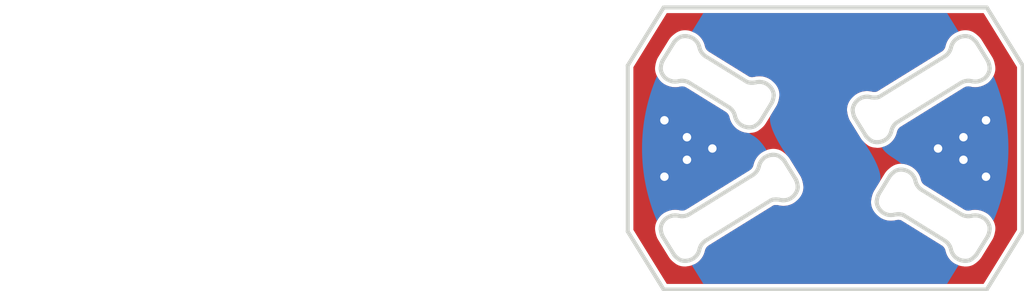
<source format=kicad_pcb>
(kicad_pcb (version 20241229) (generator "pcbnew") (generator_version "9.0")
  (layers (0 "F.Cu" signal) (2 "B.Cu" signal) (13 "F.Paste" user) (15 "B.Paste" user) (5 "F.SilkS" user "F.Silkscreen") (7 "B.SilkS" user "B.Silkscreen") (1 "F.Mask" user) (3 "B.Mask" user) (25 "Edge.Cuts" user))
  (net 0 "")
  (footprint "modules:v3.6-joint_power" (layer "F.Cu") (at 0 0)
    (property "Reference" "")
    (property "Value" "")
    (fp_line (start 22.000207 2.06034) (end 22.000207 7.940082) (stroke (width 0.141421)) (layer "Edge.Cuts"))
    (fp_line (start 22.000207 7.940082) (end 23.274031 9.999906) (stroke (width 0.141421)) (layer "Edge.Cuts"))
    (fp_line (start 23.169173 2.152133) (end 23.172229 2.117701) (stroke (width 0.141421)) (layer "Edge.Cuts"))
    (fp_line (start 23.169181 7.848291) (end 23.170611 7.811707) (stroke (width 0.141421)) (layer "Edge.Cuts"))
    (fp_line (start 23.170574 2.188717) (end 23.169173 2.152133) (stroke (width 0.141421)) (layer "Edge.Cuts"))
    (fp_line (start 23.170611 7.811707) (end 23.17631 7.773583) (stroke (width 0.141421)) (layer "Edge.Cuts"))
    (fp_line (start 23.172227 7.882724) (end 23.169181 7.848291) (stroke (width 0.141421)) (layer "Edge.Cuts"))
    (fp_line (start 23.172229 2.117701) (end 23.181501 2.065011) (stroke (width 0.141421)) (layer "Edge.Cuts"))
    (fp_line (start 23.176231 2.226842) (end 23.170574 2.188717) (stroke (width 0.141421)) (layer "Edge.Cuts"))
    (fp_line (start 23.17631 7.773583) (end 23.186072 7.734529) (stroke (width 0.141421)) (layer "Edge.Cuts"))
    (fp_line (start 23.181501 2.065011) (end 23.191089 2.019855) (stroke (width 0.141421)) (layer "Edge.Cuts"))
    (fp_line (start 23.181528 7.935413) (end 23.172227 7.882724) (stroke (width 0.141421)) (layer "Edge.Cuts"))
    (fp_line (start 23.185939 2.265894) (end 23.176231 2.226842) (stroke (width 0.141421)) (layer "Edge.Cuts"))
    (fp_line (start 23.186072 7.734529) (end 23.19969 7.695159) (stroke (width 0.141421)) (layer "Edge.Cuts"))
    (fp_line (start 23.191089 2.019855) (end 23.201179 1.981105) (stroke (width 0.141421)) (layer "Edge.Cuts"))
    (fp_line (start 23.191191 7.980569) (end 23.181528 7.935413) (stroke (width 0.141421)) (layer "Edge.Cuts"))
    (fp_line (start 23.199496 2.305264) (end 23.185939 2.265894) (stroke (width 0.141421)) (layer "Edge.Cuts"))
    (fp_line (start 23.19969 7.695159) (end 23.216958 7.656084) (stroke (width 0.141421)) (layer "Edge.Cuts"))
    (fp_line (start 23.201179 1.981105) (end 23.211956 1.947632) (stroke (width 0.141421)) (layer "Edge.Cuts"))
    (fp_line (start 23.201382 8.019319) (end 23.191191 7.980569) (stroke (width 0.141421)) (layer "Edge.Cuts"))
    (fp_line (start 23.211956 1.947632) (end 23.223605 1.918307) (stroke (width 0.141421)) (layer "Edge.Cuts"))
    (fp_line (start 23.212269 8.052792) (end 23.201382 8.019319) (stroke (width 0.141421)) (layer "Edge.Cuts"))
    (fp_line (start 23.2167 2.34434) (end 23.199496 2.305264) (stroke (width 0.141421)) (layer "Edge.Cuts"))
    (fp_line (start 23.216958 7.656084) (end 23.237669 7.617916) (stroke (width 0.141421)) (layer "Edge.Cuts"))
    (fp_line (start 23.223605 1.918307) (end 23.236311 1.892002) (stroke (width 0.141421)) (layer "Edge.Cuts"))
    (fp_line (start 23.22402 8.082117) (end 23.212269 8.052792) (stroke (width 0.141421)) (layer "Edge.Cuts"))
    (fp_line (start 23.236311 1.892002) (end 23.250259 1.867587) (stroke (width 0.141421)) (layer "Edge.Cuts"))
    (fp_line (start 23.2368 8.108423) (end 23.22402 8.082117) (stroke (width 0.141421)) (layer "Edge.Cuts"))
    (fp_line (start 23.237347 2.382508) (end 23.2167 2.34434) (stroke (width 0.141421)) (layer "Edge.Cuts"))
    (fp_line (start 23.237669 7.617916) (end 23.261617 7.581265) (stroke (width 0.141421)) (layer "Edge.Cuts"))
    (fp_line (start 23.250259 1.867587) (end 23.626981 1.258322) (stroke (width 0.141421)) (layer "Edge.Cuts"))
    (fp_line (start 23.250777 8.132838) (end 23.2368 8.108423) (stroke (width 0.141421)) (layer "Edge.Cuts"))
    (fp_line (start 23.261235 2.419159) (end 23.237347 2.382508) (stroke (width 0.141421)) (layer "Edge.Cuts"))
    (fp_line (start 23.261617 7.581265) (end 23.288596 7.546744) (stroke (width 0.141421)) (layer "Edge.Cuts"))
    (fp_line (start 23.274031 0.000001) (end 22.000207 2.06034) (stroke (width 0.141421)) (layer "Edge.Cuts"))
    (fp_line (start 23.274031 9.999906) (end 34.726562 9.999906) (stroke (width 0.141421)) (layer "Edge.Cuts"))
    (fp_line (start 23.28816 2.45368) (end 23.261235 2.419159) (stroke (width 0.141421)) (layer "Edge.Cuts"))
    (fp_line (start 23.288596 7.546744) (end 23.318399 7.514965) (stroke (width 0.141421)) (layer "Edge.Cuts"))
    (fp_line (start 23.317921 2.485459) (end 23.28816 2.45368) (stroke (width 0.141421)) (layer "Edge.Cuts"))
    (fp_line (start 23.318399 7.514965) (end 23.350819 7.486539) (stroke (width 0.141421)) (layer "Edge.Cuts"))
    (fp_line (start 23.350314 2.513886) (end 23.317921 2.485459) (stroke (width 0.141421)) (layer "Edge.Cuts"))
    (fp_line (start 23.350819 7.486539) (end 23.385651 7.462077) (stroke (width 0.141421)) (layer "Edge.Cuts"))
    (fp_line (start 23.385136 2.538347) (end 23.350314 2.513886) (stroke (width 0.141421)) (layer "Edge.Cuts"))
    (fp_line (start 23.385651 7.462077) (end 23.424806 7.439454) (stroke (width 0.141421)) (layer "Edge.Cuts"))
    (fp_line (start 23.424292 2.560961) (end 23.385136 2.538347) (stroke (width 0.141421)) (layer "Edge.Cuts"))
    (fp_line (start 23.424806 7.439454) (end 23.463781 7.420143) (stroke (width 0.141421)) (layer "Edge.Cuts"))
    (fp_line (start 23.463267 2.580244) (end 23.424292 2.560961) (stroke (width 0.141421)) (layer "Edge.Cuts"))
    (fp_line (start 23.463781 7.420143) (end 23.502552 7.404087) (stroke (width 0.141421)) (layer "Edge.Cuts"))
    (fp_line (start 23.502039 2.59626) (end 23.463267 2.580244) (stroke (width 0.141421)) (layer "Edge.Cuts"))
    (fp_line (start 23.502552 7.404087) (end 23.541098 7.391224) (stroke (width 0.141421)) (layer "Edge.Cuts"))
    (fp_line (start 23.540584 2.609072) (end 23.502039 2.59626) (stroke (width 0.141421)) (layer "Edge.Cuts"))
    (fp_line (start 23.541098 7.391224) (end 23.579395 7.381495) (stroke (width 0.141421)) (layer "Edge.Cuts"))
    (fp_line (start 23.578881 2.618742) (end 23.540584 2.609072) (stroke (width 0.141421)) (layer "Edge.Cuts"))
    (fp_line (start 23.579395 7.381495) (end 23.617421 7.37484) (stroke (width 0.141421)) (layer "Edge.Cuts"))
    (fp_line (start 23.616906 2.625333) (end 23.578881 2.618742) (stroke (width 0.141421)) (layer "Edge.Cuts"))
    (fp_line (start 23.617421 7.37484) (end 23.655152 7.371201) (stroke (width 0.141421)) (layer "Edge.Cuts"))
    (fp_line (start 23.626981 1.258322) (end 23.642613 1.234667) (stroke (width 0.141421)) (layer "Edge.Cuts"))
    (fp_line (start 23.627498 8.741586) (end 23.250777 8.132838) (stroke (width 0.141421)) (layer "Edge.Cuts"))
    (fp_line (start 23.642613 1.234667) (end 23.660471 1.211269) (stroke (width 0.141421)) (layer "Edge.Cuts"))
    (fp_line (start 23.643133 8.765241) (end 23.627498 8.741586) (stroke (width 0.141421)) (layer "Edge.Cuts"))
    (fp_line (start 23.654637 2.628909) (end 23.616906 2.625333) (stroke (width 0.141421)) (layer "Edge.Cuts"))
    (fp_line (start 23.655152 7.371201) (end 23.692566 7.370516) (stroke (width 0.141421)) (layer "Edge.Cuts"))
    (fp_line (start 23.660471 1.211269) (end 23.681481 1.187478) (stroke (width 0.141421)) (layer "Edge.Cuts"))
    (fp_line (start 23.660992 8.788641) (end 23.643133 8.765241) (stroke (width 0.141421)) (layer "Edge.Cuts"))
    (fp_line (start 23.681481 1.187478) (end 23.706572 1.162645) (stroke (width 0.141421)) (layer "Edge.Cuts"))
    (fp_line (start 23.682002 8.812433) (end 23.660992 8.788641) (stroke (width 0.141421)) (layer "Edge.Cuts"))
    (fp_line (start 23.692051 2.629531) (end 23.654637 2.628909) (stroke (width 0.141421)) (layer "Edge.Cuts"))
    (fp_line (start 23.692566 7.370516) (end 23.729641 7.372727) (stroke (width 0.141421)) (layer "Edge.Cuts"))
    (fp_line (start 23.706572 1.162645) (end 23.73667 1.136118) (stroke (width 0.141421)) (layer "Edge.Cuts"))
    (fp_line (start 23.707091 8.837268) (end 23.682002 8.812433) (stroke (width 0.141421)) (layer "Edge.Cuts"))
    (fp_line (start 23.729126 2.627264) (end 23.692051 2.629531) (stroke (width 0.141421)) (layer "Edge.Cuts"))
    (fp_line (start 23.729641 7.372727) (end 23.766353 7.377774) (stroke (width 0.141421)) (layer "Edge.Cuts"))
    (fp_line (start 23.73667 1.136118) (end 23.772704 1.107249) (stroke (width 0.141421)) (layer "Edge.Cuts"))
    (fp_line (start 23.737187 8.863794) (end 23.707091 8.837268) (stroke (width 0.141421)) (layer "Edge.Cuts"))
    (fp_line (start 23.765838 2.62217) (end 23.729126 2.627264) (stroke (width 0.141421)) (layer "Edge.Cuts"))
    (fp_line (start 23.766353 7.377774) (end 23.80268 7.385596) (stroke (width 0.141421)) (layer "Edge.Cuts"))
    (fp_line (start 23.772704 1.107249) (end 23.8156 1.075387) (stroke (width 0.141421)) (layer "Edge.Cuts"))
    (fp_line (start 23.773218 8.892662) (end 23.737187 8.863794) (stroke (width 0.141421)) (layer "Edge.Cuts"))
    (fp_line (start 23.802165 2.614311) (end 23.765838 2.62217) (stroke (width 0.141421)) (layer "Edge.Cuts"))
    (fp_line (start 23.80268 7.385596) (end 23.842583 7.394065) (stroke (width 0.141421)) (layer "Edge.Cuts"))
    (fp_line (start 23.8156 1.075387) (end 23.844989 1.057285) (stroke (width 0.141421)) (layer "Edge.Cuts"))
    (fp_line (start 23.816112 8.92452) (end 23.773218 8.892662) (stroke (width 0.141421)) (layer "Edge.Cuts"))
    (fp_line (start 23.842068 2.605818) (end 23.802165 2.614311) (stroke (width 0.141421)) (layer "Edge.Cuts"))
    (fp_line (start 23.842583 7.394065) (end 23.882691 7.399271) (stroke (width 0.141421)) (layer "Edge.Cuts"))
    (fp_line (start 23.844989 1.057285) (end 23.878391 1.042235) (stroke (width 0.141421)) (layer "Edge.Cuts"))
    (fp_line (start 23.845499 8.942644) (end 23.816112 8.92452) (stroke (width 0.141421)) (layer "Edge.Cuts"))
    (fp_line (start 23.878391 1.042235) (end 23.91527 1.030407) (stroke (width 0.141421)) (layer "Edge.Cuts"))
    (fp_line (start 23.878895 8.957703) (end 23.845499 8.942644) (stroke (width 0.141421)) (layer "Edge.Cuts"))
    (fp_line (start 23.882176 2.600598) (end 23.842068 2.605818) (stroke (width 0.141421)) (layer "Edge.Cuts"))
    (fp_line (start 23.882691 7.399271) (end 23.922824 7.401245) (stroke (width 0.141421)) (layer "Edge.Cuts"))
    (fp_line (start 23.91527 1.030407) (end 23.955092 1.021972) (stroke (width 0.141421)) (layer "Edge.Cuts"))
    (fp_line (start 23.915769 8.969531) (end 23.878895 8.957703) (stroke (width 0.141421)) (layer "Edge.Cuts"))
    (fp_line (start 23.922309 2.598618) (end 23.882176 2.600598) (stroke (width 0.141421)) (layer "Edge.Cuts"))
    (fp_line (start 23.922824 7.401245) (end 23.962801 7.40002) (stroke (width 0.141421)) (layer "Edge.Cuts"))
    (fp_line (start 23.955092 1.021972) (end 23.997322 1.017099) (stroke (width 0.141421)) (layer "Edge.Cuts"))
    (fp_line (start 23.955588 8.977959) (end 23.915769 8.969531) (stroke (width 0.141421)) (layer "Edge.Cuts"))
    (fp_line (start 23.962286 2.599845) (end 23.922309 2.598618) (stroke (width 0.141421)) (layer "Edge.Cuts"))
    (fp_line (start 23.962801 7.40002) (end 24.002439 7.395625) (stroke (width 0.141421)) (layer "Edge.Cuts"))
    (fp_line (start 23.997322 1.017099) (end 24.041425 1.015957) (stroke (width 0.141421)) (layer "Edge.Cuts"))
    (fp_line (start 23.997822 8.98282) (end 23.955588 8.977959) (stroke (width 0.141421)) (layer "Edge.Cuts"))
    (fp_line (start 24.001924 2.604246) (end 23.962286 2.599845) (stroke (width 0.141421)) (layer "Edge.Cuts"))
    (fp_line (start 24.002439 7.395625) (end 24.041559 7.388092) (stroke (width 0.141421)) (layer "Edge.Cuts"))
    (fp_line (start 24.041044 2.611787) (end 24.001924 2.604246) (stroke (width 0.141421)) (layer "Edge.Cuts"))
    (fp_line (start 24.041425 1.015957) (end 24.075408 1.017649) (stroke (width 0.141421)) (layer "Edge.Cuts"))
    (fp_line (start 24.041559 7.388092) (end 24.079978 7.377452) (stroke (width 0.141421)) (layer "Edge.Cuts"))
    (fp_line (start 24.041938 8.983948) (end 23.997822 8.98282) (stroke (width 0.141421)) (layer "Edge.Cuts"))
    (fp_line (start 24.075408 1.017649) (end 24.109911 1.02159) (stroke (width 0.141421)) (layer "Edge.Cuts"))
    (fp_line (start 24.075932 8.982128) (end 24.041938 8.983948) (stroke (width 0.141421)) (layer "Edge.Cuts"))
    (fp_line (start 24.079462 2.622437) (end 24.041044 2.611787) (stroke (width 0.141421)) (layer "Edge.Cuts"))
    (fp_line (start 24.079978 7.377452) (end 24.117515 7.363736) (stroke (width 0.141421)) (layer "Edge.Cuts"))
    (fp_line (start 24.109911 1.02159) (end 24.144701 1.027836) (stroke (width 0.141421)) (layer "Edge.Cuts"))
    (fp_line (start 24.110441 8.978123) (end 24.075932 8.982128) (stroke (width 0.141421)) (layer "Edge.Cuts"))
    (fp_line (start 24.117 2.636162) (end 24.079462 2.622437) (stroke (width 0.141421)) (layer "Edge.Cuts"))
    (fp_line (start 24.117515 7.363736) (end 24.153989 7.346976) (stroke (width 0.141421)) (layer "Edge.Cuts"))
    (fp_line (start 24.144701 1.027836) (end 24.179545 1.03644) (stroke (width 0.141421)) (layer "Edge.Cuts"))
    (fp_line (start 24.145232 8.971863) (end 24.110441 8.978123) (stroke (width 0.141421)) (layer "Edge.Cuts"))
    (fp_line (start 24.153474 2.652929) (end 24.117 2.636162) (stroke (width 0.141421)) (layer "Edge.Cuts"))
    (fp_line (start 24.153989 7.346976) (end 24.189219 7.327202) (stroke (width 0.141421)) (layer "Edge.Cuts"))
    (fp_line (start 24.179545 1.03644) (end 24.214209 1.047458) (stroke (width 0.141421)) (layer "Edge.Cuts"))
    (fp_line (start 24.180074 8.963282) (end 24.145232 8.971863) (stroke (width 0.141421)) (layer "Edge.Cuts"))
    (fp_line (start 24.188704 2.672705) (end 24.153474 2.652929) (stroke (width 0.141421)) (layer "Edge.Cuts"))
    (fp_line (start 24.189219 7.327202) (end 26.428359 5.943307) (stroke (width 0.141421)) (layer "Edge.Cuts"))
    (fp_line (start 24.214209 1.047458) (end 24.248461 1.060944) (stroke (width 0.141421)) (layer "Edge.Cuts"))
    (fp_line (start 24.214734 8.95231) (end 24.180074 8.963282) (stroke (width 0.141421)) (layer "Edge.Cuts"))
    (fp_line (start 24.248461 1.060944) (end 24.282068 1.076954) (stroke (width 0.141421)) (layer "Edge.Cuts"))
    (fp_line (start 24.248981 8.938879) (end 24.214734 8.95231) (stroke (width 0.141421)) (layer "Edge.Cuts"))
    (fp_line (start 24.282068 1.076954) (end 24.314795 1.09554) (stroke (width 0.141421)) (layer "Edge.Cuts"))
    (fp_line (start 24.282582 8.92292) (end 24.248981 8.938879) (stroke (width 0.141421)) (layer "Edge.Cuts"))
    (fp_line (start 24.314795 1.09554) (end 24.314795 1.095541) (stroke (width 0.141421)) (layer "Edge.Cuts"))
    (fp_line (start 24.314795 1.095541) (end 24.348504 1.118349) (stroke (width 0.141421)) (layer "Edge.Cuts"))
    (fp_line (start 24.315307 8.904366) (end 24.282582 8.92292) (stroke (width 0.141421)) (layer "Edge.Cuts"))
    (fp_line (start 24.348504 1.118349) (end 24.380063 1.143646) (stroke (width 0.141421)) (layer "Edge.Cuts"))
    (fp_line (start 24.349 8.881558) (end 24.315307 8.904366) (stroke (width 0.141421)) (layer "Edge.Cuts"))
    (fp_line (start 24.380063 1.143646) (end 24.409357 1.171268) (stroke (width 0.141421)) (layer "Edge.Cuts"))
    (fp_line (start 24.38052 8.856261) (end 24.349 8.881558) (stroke (width 0.141421)) (layer "Edge.Cuts"))
    (fp_line (start 24.409357 1.171268) (end 24.436268 1.20105) (stroke (width 0.141421)) (layer "Edge.Cuts"))
    (fp_line (start 24.409756 8.828641) (end 24.38052 8.856261) (stroke (width 0.141421)) (layer "Edge.Cuts"))
    (fp_line (start 24.436268 1.20105) (end 24.460679 1.232829) (stroke (width 0.141421)) (layer "Edge.Cuts"))
    (fp_line (start 24.436596 8.79886) (end 24.409756 8.828641) (stroke (width 0.141421)) (layer "Edge.Cuts"))
    (fp_line (start 24.460679 1.232829) (end 24.482473 1.26644) (stroke (width 0.141421)) (layer "Edge.Cuts"))
    (fp_line (start 24.460931 8.767082) (end 24.436596 8.79886) (stroke (width 0.141421)) (layer "Edge.Cuts"))
    (fp_line (start 24.482473 1.26644) (end 24.501533 1.301721) (stroke (width 0.141421)) (layer "Edge.Cuts"))
    (fp_line (start 24.482649 8.733471) (end 24.460931 8.767082) (stroke (width 0.141421)) (layer "Edge.Cuts"))
    (fp_line (start 24.501533 1.301721) (end 24.517742 1.338506) (stroke (width 0.141421)) (layer "Edge.Cuts"))
    (fp_line (start 24.501639 8.698191) (end 24.482649 8.733471) (stroke (width 0.141421)) (layer "Edge.Cuts"))
    (fp_line (start 24.517742 1.338506) (end 24.530982 1.376632) (stroke (width 0.141421)) (layer "Edge.Cuts"))
    (fp_line (start 24.51779 8.661405) (end 24.501639 8.698191) (stroke (width 0.141421)) (layer "Edge.Cuts"))
    (fp_line (start 24.530982 1.376632) (end 24.541138 1.415935) (stroke (width 0.141421)) (layer "Edge.Cuts"))
    (fp_line (start 24.530992 8.623278) (end 24.51779 8.661405) (stroke (width 0.141421)) (layer "Edge.Cuts"))
    (fp_line (start 24.541133 8.583972) (end 24.530992 8.623278) (stroke (width 0.141421)) (layer "Edge.Cuts"))
    (fp_line (start 24.541138 1.415935) (end 24.551236 1.455221) (stroke (width 0.141421)) (layer "Edge.Cuts"))
    (fp_line (start 24.551236 1.455221) (end 24.56433 1.49327) (stroke (width 0.141421)) (layer "Edge.Cuts"))
    (fp_line (start 24.551243 8.544686) (end 24.541133 8.583972) (stroke (width 0.141421)) (layer "Edge.Cuts"))
    (fp_line (start 24.56433 1.49327) (end 24.580316 1.529933) (stroke (width 0.141421)) (layer "Edge.Cuts"))
    (fp_line (start 24.564375 8.506637) (end 24.551243 8.544686) (stroke (width 0.141421)) (layer "Edge.Cuts"))
    (fp_line (start 24.580316 1.529933) (end 24.599089 1.565062) (stroke (width 0.141421)) (layer "Edge.Cuts"))
    (fp_line (start 24.580419 8.469974) (end 24.564375 8.506637) (stroke (width 0.141421)) (layer "Edge.Cuts"))
    (fp_line (start 24.599089 1.565062) (end 24.620543 1.598508) (stroke (width 0.141421)) (layer "Edge.Cuts"))
    (fp_line (start 24.599262 8.434845) (end 24.580419 8.469974) (stroke (width 0.141421)) (layer "Edge.Cuts"))
    (fp_line (start 24.620543 1.598508) (end 24.644575 1.630123) (stroke (width 0.141421)) (layer "Edge.Cuts"))
    (fp_line (start 24.620793 8.401398) (end 24.599262 8.434845) (stroke (width 0.141421)) (layer "Edge.Cuts"))
    (fp_line (start 24.644575 1.630123) (end 24.671079 1.659758) (stroke (width 0.141421)) (layer "Edge.Cuts"))
    (fp_line (start 24.644902 8.369784) (end 24.620793 8.401398) (stroke (width 0.141421)) (layer "Edge.Cuts"))
    (fp_line (start 24.671079 1.659758) (end 24.699951 1.687264) (stroke (width 0.141421)) (layer "Edge.Cuts"))
    (fp_line (start 24.671478 8.340149) (end 24.644902 8.369784) (stroke (width 0.141421)) (layer "Edge.Cuts"))
    (fp_line (start 24.699951 1.687264) (end 24.731087 1.712492) (stroke (width 0.141421)) (layer "Edge.Cuts"))
    (fp_line (start 24.700409 8.312643) (end 24.671478 8.340149) (stroke (width 0.141421)) (layer "Edge.Cuts"))
    (fp_line (start 24.731087 1.712492) (end 24.76438 1.735295) (stroke (width 0.141421)) (layer "Edge.Cuts"))
    (fp_line (start 24.731584 8.287415) (end 24.700409 8.312643) (stroke (width 0.141421)) (layer "Edge.Cuts"))
    (fp_line (start 24.76438 1.735295) (end 26.214421 2.631364) (stroke (width 0.141421)) (layer "Edge.Cuts"))
    (fp_line (start 24.764892 8.264612) (end 24.731584 8.287415) (stroke (width 0.141421)) (layer "Edge.Cuts"))
    (fp_line (start 25.57725 3.53105) (end 24.188704 2.672705) (stroke (width 0.141421)) (layer "Edge.Cuts"))
    (fp_line (start 25.610701 3.553724) (end 25.57725 3.53105) (stroke (width 0.141421)) (layer "Edge.Cuts"))
    (fp_line (start 25.642024 3.57887) (end 25.610701 3.553724) (stroke (width 0.141421)) (layer "Edge.Cuts"))
    (fp_line (start 25.671107 3.606338) (end 25.642024 3.57887) (stroke (width 0.141421)) (layer "Edge.Cuts"))
    (fp_line (start 25.697837 3.635977) (end 25.671107 3.606338) (stroke (width 0.141421)) (layer "Edge.Cuts"))
    (fp_line (start 25.722104 3.667634) (end 25.697837 3.635977) (stroke (width 0.141421)) (layer "Edge.Cuts"))
    (fp_line (start 25.743795 3.701161) (end 25.722104 3.667634) (stroke (width 0.141421)) (layer "Edge.Cuts"))
    (fp_line (start 25.762797 3.736404) (end 25.743795 3.701161) (stroke (width 0.141421)) (layer "Edge.Cuts"))
    (fp_line (start 25.779001 3.773214) (end 25.762797 3.736404) (stroke (width 0.141421)) (layer "Edge.Cuts"))
    (fp_line (start 25.792292 3.811439) (end 25.779001 3.773214) (stroke (width 0.141421)) (layer "Edge.Cuts"))
    (fp_line (start 25.80256 3.850928) (end 25.792292 3.811439) (stroke (width 0.141421)) (layer "Edge.Cuts"))
    (fp_line (start 25.812834 3.890444) (end 25.80256 3.850928) (stroke (width 0.141421)) (layer "Edge.Cuts"))
    (fp_line (start 25.826151 3.928744) (end 25.812834 3.890444) (stroke (width 0.141421)) (layer "Edge.Cuts"))
    (fp_line (start 25.842404 3.965671) (end 25.826151 3.928744) (stroke (width 0.141421)) (layer "Edge.Cuts"))
    (fp_line (start 25.861486 4.001065) (end 25.842404 3.965671) (stroke (width 0.141421)) (layer "Edge.Cuts"))
    (fp_line (start 25.883291 4.034767) (end 25.861486 4.001065) (stroke (width 0.141421)) (layer "Edge.Cuts"))
    (fp_line (start 25.907711 4.066619) (end 25.883291 4.034767) (stroke (width 0.141421)) (layer "Edge.Cuts"))
    (fp_line (start 25.934641 4.096463) (end 25.907711 4.066619) (stroke (width 0.141421)) (layer "Edge.Cuts"))
    (fp_line (start 25.963974 4.124139) (end 25.934641 4.096463) (stroke (width 0.141421)) (layer "Edge.Cuts"))
    (fp_line (start 25.995603 4.149489) (end 25.963974 4.124139) (stroke (width 0.141421)) (layer "Edge.Cuts"))
    (fp_line (start 26.029421 4.172354) (end 25.995603 4.149489) (stroke (width 0.141421)) (layer "Edge.Cuts"))
    (fp_line (start 26.062142 4.190878) (end 26.029421 4.172354) (stroke (width 0.141421)) (layer "Edge.Cuts"))
    (fp_line (start 26.095747 4.206813) (end 26.062142 4.190878) (stroke (width 0.141421)) (layer "Edge.Cuts"))
    (fp_line (start 26.130001 4.22022) (end 26.095747 4.206813) (stroke (width 0.141421)) (layer "Edge.Cuts"))
    (fp_line (start 26.164669 4.231158) (end 26.130001 4.22022) (stroke (width 0.141421)) (layer "Edge.Cuts"))
    (fp_line (start 26.199516 4.239688) (end 26.164669 4.231158) (stroke (width 0.141421)) (layer "Edge.Cuts"))
    (fp_line (start 26.214421 2.631364) (end 26.236932 2.642736) (stroke (width 0.141421)) (layer "Edge.Cuts"))
    (fp_line (start 26.234309 4.245868) (end 26.199516 4.239688) (stroke (width 0.141421)) (layer "Edge.Cuts"))
    (fp_line (start 26.236932 2.642736) (end 26.264658 2.652643) (stroke (width 0.141421)) (layer "Edge.Cuts"))
    (fp_line (start 26.264658 2.652643) (end 26.296877 2.660766) (stroke (width 0.141421)) (layer "Edge.Cuts"))
    (fp_line (start 26.268811 4.249758) (end 26.234309 4.245868) (stroke (width 0.141421)) (layer "Edge.Cuts"))
    (fp_line (start 26.296877 2.660766) (end 26.332867 2.666784) (stroke (width 0.141421)) (layer "Edge.Cuts"))
    (fp_line (start 26.302789 4.25142) (end 26.268811 4.249758) (stroke (width 0.141421)) (layer "Edge.Cuts"))
    (fp_line (start 26.332867 2.666784) (end 26.371906 2.670378) (stroke (width 0.141421)) (layer "Edge.Cuts"))
    (fp_line (start 26.346882 4.250323) (end 26.302789 4.25142) (stroke (width 0.141421)) (layer "Edge.Cuts"))
    (fp_line (start 26.371906 2.670378) (end 26.413272 2.671227) (stroke (width 0.141421)) (layer "Edge.Cuts"))
    (fp_line (start 26.389103 4.245533) (end 26.346882 4.250323) (stroke (width 0.141421)) (layer "Edge.Cuts"))
    (fp_line (start 26.413272 2.671227) (end 26.456244 2.66901) (stroke (width 0.141421)) (layer "Edge.Cuts"))
    (fp_line (start 26.428359 5.943307) (end 26.46181 5.920634) (stroke (width 0.141421)) (layer "Edge.Cuts"))
    (fp_line (start 26.428921 4.237204) (end 26.389103 4.245533) (stroke (width 0.141421)) (layer "Edge.Cuts"))
    (fp_line (start 26.456244 2.66901) (end 26.500099 2.663409) (stroke (width 0.141421)) (layer "Edge.Cuts"))
    (fp_line (start 26.46181 5.920634) (end 26.493132 5.895488) (stroke (width 0.141421)) (layer "Edge.Cuts"))
    (fp_line (start 26.465802 4.225489) (end 26.428921 4.237204) (stroke (width 0.141421)) (layer "Edge.Cuts"))
    (fp_line (start 26.493132 5.895488) (end 26.522215 5.86802) (stroke (width 0.141421)) (layer "Edge.Cuts"))
    (fp_line (start 26.499211 4.210539) (end 26.465802 4.225489) (stroke (width 0.141421)) (layer "Edge.Cuts"))
    (fp_line (start 26.500099 2.663409) (end 26.544116 2.654101) (stroke (width 0.141421)) (layer "Edge.Cuts"))
    (fp_line (start 26.522215 5.86802) (end 26.548946 5.838382) (stroke (width 0.141421)) (layer "Edge.Cuts"))
    (fp_line (start 26.528616 4.192508) (end 26.499211 4.210539) (stroke (width 0.141421)) (layer "Edge.Cuts"))
    (fp_line (start 26.544116 2.654101) (end 26.583805 2.645603) (stroke (width 0.141421)) (layer "Edge.Cuts"))
    (fp_line (start 26.548946 5.838382) (end 26.573212 5.806724) (stroke (width 0.141421)) (layer "Edge.Cuts"))
    (fp_line (start 26.571542 4.160741) (end 26.528616 4.192508) (stroke (width 0.141421)) (layer "Edge.Cuts"))
    (fp_line (start 26.573212 5.806724) (end 26.594903 5.773198) (stroke (width 0.141421)) (layer "Edge.Cuts"))
    (fp_line (start 26.583805 2.645603) (end 26.623812 2.640374) (stroke (width 0.141421)) (layer "Edge.Cuts"))
    (fp_line (start 26.594903 5.773198) (end 26.613906 5.737954) (stroke (width 0.141421)) (layer "Edge.Cuts"))
    (fp_line (start 26.60759 4.131951) (end 26.571542 4.160741) (stroke (width 0.141421)) (layer "Edge.Cuts"))
    (fp_line (start 26.613906 5.737954) (end 26.63011 5.701145) (stroke (width 0.141421)) (layer "Edge.Cuts"))
    (fp_line (start 26.623812 2.640374) (end 26.663941 2.638386) (stroke (width 0.141421)) (layer "Edge.Cuts"))
    (fp_line (start 26.63011 5.701145) (end 26.643401 5.66292) (stroke (width 0.141421)) (layer "Edge.Cuts"))
    (fp_line (start 26.637692 4.105493) (end 26.60759 4.131951) (stroke (width 0.141421)) (layer "Edge.Cuts"))
    (fp_line (start 26.643401 5.66292) (end 26.653668 5.62343) (stroke (width 0.141421)) (layer "Edge.Cuts"))
    (fp_line (start 26.653668 5.62343) (end 26.663943 5.5839) (stroke (width 0.141421)) (layer "Edge.Cuts"))
    (fp_line (start 26.662776 4.080723) (end 26.637692 4.105493) (stroke (width 0.141421)) (layer "Edge.Cuts"))
    (fp_line (start 26.663941 2.638386) (end 26.703995 2.639614) (stroke (width 0.141421)) (layer "Edge.Cuts"))
    (fp_line (start 26.663943 5.5839) (end 26.67726 5.54556) (stroke (width 0.141421)) (layer "Edge.Cuts"))
    (fp_line (start 26.67726 5.54556) (end 26.693513 5.508575) (stroke (width 0.141421)) (layer "Edge.Cuts"))
    (fp_line (start 26.683774 4.056996) (end 26.662776 4.080723) (stroke (width 0.141421)) (layer "Edge.Cuts"))
    (fp_line (start 26.693513 5.508575) (end 26.712595 5.473111) (stroke (width 0.141421)) (layer "Edge.Cuts"))
    (fp_line (start 26.701617 4.033667) (end 26.683774 4.056996) (stroke (width 0.141421)) (layer "Edge.Cuts"))
    (fp_line (start 26.703995 2.639614) (end 26.743775 2.64403) (stroke (width 0.141421)) (layer "Edge.Cuts"))
    (fp_line (start 26.712595 5.473111) (end 26.734399 5.439332) (stroke (width 0.141421)) (layer "Edge.Cuts"))
    (fp_line (start 26.717235 4.010091) (end 26.701617 4.033667) (stroke (width 0.141421)) (layer "Edge.Cuts"))
    (fp_line (start 26.734399 5.439332) (end 26.758819 5.407403) (stroke (width 0.141421)) (layer "Edge.Cuts"))
    (fp_line (start 26.743775 2.64403) (end 26.783086 2.651609) (stroke (width 0.141421)) (layer "Edge.Cuts"))
    (fp_line (start 26.758819 5.407403) (end 26.785749 5.377489) (stroke (width 0.141421)) (layer "Edge.Cuts"))
    (fp_line (start 26.783086 2.651609) (end 26.82173 2.662323) (stroke (width 0.141421)) (layer "Edge.Cuts"))
    (fp_line (start 26.785749 5.377489) (end 26.815081 5.349755) (stroke (width 0.141421)) (layer "Edge.Cuts"))
    (fp_line (start 26.815081 5.349755) (end 26.846709 5.324366) (stroke (width 0.141421)) (layer "Edge.Cuts"))
    (fp_line (start 26.82173 2.662323) (end 26.859509 2.676146) (stroke (width 0.141421)) (layer "Edge.Cuts"))
    (fp_line (start 26.846709 5.324366) (end 26.880527 5.301486) (stroke (width 0.141421)) (layer "Edge.Cuts"))
    (fp_line (start 26.859509 2.676146) (end 26.896228 2.693051) (stroke (width 0.141421)) (layer "Edge.Cuts"))
    (fp_line (start 26.880527 5.301486) (end 26.913225 5.28296) (stroke (width 0.141421)) (layer "Edge.Cuts"))
    (fp_line (start 26.896228 2.693051) (end 26.931688 2.713012) (stroke (width 0.141421)) (layer "Edge.Cuts"))
    (fp_line (start 26.913225 5.28296) (end 26.94677 5.267017) (stroke (width 0.141421)) (layer "Edge.Cuts"))
    (fp_line (start 26.931688 2.713012) (end 26.969867 2.73909) (stroke (width 0.141421)) (layer "Edge.Cuts"))
    (fp_line (start 26.94677 5.267017) (end 26.980939 5.253602) (stroke (width 0.141421)) (layer "Edge.Cuts"))
    (fp_line (start 26.969867 2.73909) (end 27.005094 2.768014) (stroke (width 0.141421)) (layer "Edge.Cuts"))
    (fp_line (start 26.980939 5.253602) (end 27.01551 5.242655) (stroke (width 0.141421)) (layer "Edge.Cuts"))
    (fp_line (start 27.005094 2.768014) (end 27.037284 2.799352) (stroke (width 0.141421)) (layer "Edge.Cuts"))
    (fp_line (start 27.01551 5.242655) (end 27.050262 5.234122) (stroke (width 0.141421)) (layer "Edge.Cuts"))
    (fp_line (start 27.037284 2.799352) (end 27.066349 2.832671) (stroke (width 0.141421)) (layer "Edge.Cuts"))
    (fp_line (start 27.050262 5.234122) (end 27.084972 5.227944) (stroke (width 0.141421)) (layer "Edge.Cuts"))
    (fp_line (start 27.065526 6.842993) (end 24.764892 8.264612) (stroke (width 0.141421)) (layer "Edge.Cuts"))
    (fp_line (start 27.066349 2.832671) (end 27.092203 2.867537) (stroke (width 0.141421)) (layer "Edge.Cuts"))
    (fp_line (start 27.084972 5.227944) (end 27.119419 5.224063) (stroke (width 0.141421)) (layer "Edge.Cuts"))
    (fp_line (start 27.088038 6.831616) (end 27.065526 6.842993) (stroke (width 0.141421)) (layer "Edge.Cuts"))
    (fp_line (start 27.092203 2.867537) (end 27.114759 2.903517) (stroke (width 0.141421)) (layer "Edge.Cuts"))
    (fp_line (start 27.093438 3.400826) (end 26.717235 4.010091) (stroke (width 0.141421)) (layer "Edge.Cuts"))
    (fp_line (start 27.107615 3.376263) (end 27.093438 3.400826) (stroke (width 0.141421)) (layer "Edge.Cuts"))
    (fp_line (start 27.114759 2.903517) (end 27.13393 2.940179) (stroke (width 0.141421)) (layer "Edge.Cuts"))
    (fp_line (start 27.115764 6.821699) (end 27.088038 6.831616) (stroke (width 0.141421)) (layer "Edge.Cuts"))
    (fp_line (start 27.119419 5.224063) (end 27.15338 5.222424) (stroke (width 0.141421)) (layer "Edge.Cuts"))
    (fp_line (start 27.120598 3.349815) (end 27.107615 3.376263) (stroke (width 0.141421)) (layer "Edge.Cuts"))
    (fp_line (start 27.132543 3.320365) (end 27.120598 3.349815) (stroke (width 0.141421)) (layer "Edge.Cuts"))
    (fp_line (start 27.13393 2.940179) (end 27.149629 2.977088) (stroke (width 0.141421)) (layer "Edge.Cuts"))
    (fp_line (start 27.143603 3.286794) (end 27.132543 3.320365) (stroke (width 0.141421)) (layer "Edge.Cuts"))
    (fp_line (start 27.147983 6.813564) (end 27.115764 6.821699) (stroke (width 0.141421)) (layer "Edge.Cuts"))
    (fp_line (start 27.149629 2.977088) (end 27.161771 3.013812) (stroke (width 0.141421)) (layer "Edge.Cuts"))
    (fp_line (start 27.15338 5.222424) (end 27.197518 5.223618) (stroke (width 0.141421)) (layer "Edge.Cuts"))
    (fp_line (start 27.153933 3.247987) (end 27.143603 3.286794) (stroke (width 0.141421)) (layer "Edge.Cuts"))
    (fp_line (start 27.161771 3.013812) (end 27.170267 3.049918) (stroke (width 0.141421)) (layer "Edge.Cuts"))
    (fp_line (start 27.163687 3.202826) (end 27.153933 3.247987) (stroke (width 0.141421)) (layer "Edge.Cuts"))
    (fp_line (start 27.170267 3.049918) (end 27.175031 3.084973) (stroke (width 0.141421)) (layer "Edge.Cuts"))
    (fp_line (start 27.173018 3.150195) (end 27.163687 3.202826) (stroke (width 0.141421)) (layer "Edge.Cuts"))
    (fp_line (start 27.175031 3.084973) (end 27.175977 3.118543) (stroke (width 0.141421)) (layer "Edge.Cuts"))
    (fp_line (start 27.175977 3.118543) (end 27.173018 3.150195) (stroke (width 0.141421)) (layer "Edge.Cuts"))
    (fp_line (start 27.183973 6.807536) (end 27.147983 6.813564) (stroke (width 0.141421)) (layer "Edge.Cuts"))
    (fp_line (start 27.197518 5.223618) (end 27.239837 5.228517) (stroke (width 0.141421)) (layer "Edge.Cuts"))
    (fp_line (start 27.223012 6.803934) (end 27.183973 6.807536) (stroke (width 0.141421)) (layer "Edge.Cuts"))
    (fp_line (start 27.239837 5.228517) (end 27.279777 5.236956) (stroke (width 0.141421)) (layer "Edge.Cuts"))
    (fp_line (start 27.264379 6.803083) (end 27.223012 6.803934) (stroke (width 0.141421)) (layer "Edge.Cuts"))
    (fp_line (start 27.279777 5.236956) (end 27.316779 5.248769) (stroke (width 0.141421)) (layer "Edge.Cuts"))
    (fp_line (start 27.307351 6.805305) (end 27.264379 6.803083) (stroke (width 0.141421)) (layer "Edge.Cuts"))
    (fp_line (start 27.316779 5.248769) (end 27.350281 5.263788) (stroke (width 0.141421)) (layer "Edge.Cuts"))
    (fp_line (start 27.350281 5.263788) (end 27.379723 5.281848) (stroke (width 0.141421)) (layer "Edge.Cuts"))
    (fp_line (start 27.351206 6.810921) (end 27.307351 6.805305) (stroke (width 0.141421)) (layer "Edge.Cuts"))
    (fp_line (start 27.379723 5.281848) (end 27.42265 5.313613) (stroke (width 0.141421)) (layer "Edge.Cuts"))
    (fp_line (start 27.395223 6.820255) (end 27.351206 6.810921) (stroke (width 0.141421)) (layer "Edge.Cuts"))
    (fp_line (start 27.42265 5.313613) (end 27.458698 5.342402) (stroke (width 0.141421)) (layer "Edge.Cuts"))
    (fp_line (start 27.434912 6.82875) (end 27.395223 6.820255) (stroke (width 0.141421)) (layer "Edge.Cuts"))
    (fp_line (start 27.458698 5.342402) (end 27.488799 5.36886) (stroke (width 0.141421)) (layer "Edge.Cuts"))
    (fp_line (start 27.474919 6.833972) (end 27.434912 6.82875) (stroke (width 0.141421)) (layer "Edge.Cuts"))
    (fp_line (start 27.488799 5.36886) (end 27.513884 5.393631) (stroke (width 0.141421)) (layer "Edge.Cuts"))
    (fp_line (start 27.513884 5.393631) (end 27.534882 5.417359) (stroke (width 0.141421)) (layer "Edge.Cuts"))
    (fp_line (start 27.515048 6.83595) (end 27.474919 6.833972) (stroke (width 0.141421)) (layer "Edge.Cuts"))
    (fp_line (start 27.534882 5.417359) (end 27.552724 5.440689) (stroke (width 0.141421)) (layer "Edge.Cuts"))
    (fp_line (start 27.552724 5.440689) (end 27.568342 5.464266) (stroke (width 0.141421)) (layer "Edge.Cuts"))
    (fp_line (start 27.555102 6.834712) (end 27.515048 6.83595) (stroke (width 0.141421)) (layer "Edge.Cuts"))
    (fp_line (start 27.568342 5.464266) (end 27.945064 6.073014) (stroke (width 0.141421)) (layer "Edge.Cuts"))
    (fp_line (start 27.594883 6.830287) (end 27.555102 6.834712) (stroke (width 0.141421)) (layer "Edge.Cuts"))
    (fp_line (start 27.634194 6.822703) (end 27.594883 6.830287) (stroke (width 0.141421)) (layer "Edge.Cuts"))
    (fp_line (start 27.672837 6.811989) (end 27.634194 6.822703) (stroke (width 0.141421)) (layer "Edge.Cuts"))
    (fp_line (start 27.710617 6.798172) (end 27.672837 6.811989) (stroke (width 0.141421)) (layer "Edge.Cuts"))
    (fp_line (start 27.747335 6.781281) (end 27.710617 6.798172) (stroke (width 0.141421)) (layer "Edge.Cuts"))
    (fp_line (start 27.782795 6.761344) (end 27.747335 6.781281) (stroke (width 0.141421)) (layer "Edge.Cuts"))
    (fp_line (start 27.820972 6.735256) (end 27.782795 6.761344) (stroke (width 0.141421)) (layer "Edge.Cuts"))
    (fp_line (start 27.856198 6.706306) (end 27.820972 6.735256) (stroke (width 0.141421)) (layer "Edge.Cuts"))
    (fp_line (start 27.888386 6.674931) (end 27.856198 6.706306) (stroke (width 0.141421)) (layer "Edge.Cuts"))
    (fp_line (start 27.917451 6.641566) (end 27.888386 6.674931) (stroke (width 0.141421)) (layer "Edge.Cuts"))
    (fp_line (start 27.943305 6.606647) (end 27.917451 6.641566) (stroke (width 0.141421)) (layer "Edge.Cuts"))
    (fp_line (start 27.945064 6.073014) (end 27.959208 6.097577) (stroke (width 0.141421)) (layer "Edge.Cuts"))
    (fp_line (start 27.959208 6.097577) (end 27.972115 6.124026) (stroke (width 0.141421)) (layer "Edge.Cuts"))
    (fp_line (start 27.965861 6.57061) (end 27.943305 6.606647) (stroke (width 0.141421)) (layer "Edge.Cuts"))
    (fp_line (start 27.972115 6.124026) (end 27.983957 6.153478) (stroke (width 0.141421)) (layer "Edge.Cuts"))
    (fp_line (start 27.983957 6.153478) (end 27.994907 6.18705) (stroke (width 0.141421)) (layer "Edge.Cuts"))
    (fp_line (start 27.985033 6.53389) (end 27.965861 6.57061) (stroke (width 0.141421)) (layer "Edge.Cuts"))
    (fp_line (start 27.994907 6.18705) (end 28.005136 6.225857) (stroke (width 0.141421)) (layer "Edge.Cuts"))
    (fp_line (start 28.000733 6.496924) (end 27.985033 6.53389) (stroke (width 0.141421)) (layer "Edge.Cuts"))
    (fp_line (start 28.005136 6.225857) (end 28.014818 6.271017) (stroke (width 0.141421)) (layer "Edge.Cuts"))
    (fp_line (start 28.012875 6.460147) (end 28.000733 6.496924) (stroke (width 0.141421)) (layer "Edge.Cuts"))
    (fp_line (start 28.014818 6.271017) (end 28.024124 6.323645) (stroke (width 0.141421)) (layer "Edge.Cuts"))
    (fp_line (start 28.021372 6.423994) (end 28.012875 6.460147) (stroke (width 0.141421)) (layer "Edge.Cuts"))
    (fp_line (start 28.024124 6.323645) (end 28.027083 6.355308) (stroke (width 0.141421)) (layer "Edge.Cuts"))
    (fp_line (start 28.026137 6.388903) (end 28.021372 6.423994) (stroke (width 0.141421)) (layer "Edge.Cuts"))
    (fp_line (start 28.027083 6.355308) (end 28.026137 6.388903) (stroke (width 0.141421)) (layer "Edge.Cuts"))
    (fp_line (start 29.973504 3.644598) (end 29.974448 3.611003) (stroke (width 0.141421)) (layer "Edge.Cuts"))
    (fp_line (start 29.974448 3.611003) (end 29.979211 3.575911) (stroke (width 0.141421)) (layer "Edge.Cuts"))
    (fp_line (start 29.976467 3.676261) (end 29.973504 3.644598) (stroke (width 0.141421)) (layer "Edge.Cuts"))
    (fp_line (start 29.979211 3.575911) (end 29.987707 3.539758) (stroke (width 0.141421)) (layer "Edge.Cuts"))
    (fp_line (start 29.985804 3.72889) (end 29.976467 3.676261) (stroke (width 0.141421)) (layer "Edge.Cuts"))
    (fp_line (start 29.987707 3.539758) (end 29.999849 3.50298) (stroke (width 0.141421)) (layer "Edge.Cuts"))
    (fp_line (start 29.99556 3.774051) (end 29.985804 3.72889) (stroke (width 0.141421)) (layer "Edge.Cuts"))
    (fp_line (start 29.999849 3.50298) (end 30.01555 3.466013) (stroke (width 0.141421)) (layer "Edge.Cuts"))
    (fp_line (start 30.00589 3.81286) (end 29.99556 3.774051) (stroke (width 0.141421)) (layer "Edge.Cuts"))
    (fp_line (start 30.01555 3.466013) (end 30.034723 3.429293) (stroke (width 0.141421)) (layer "Edge.Cuts"))
    (fp_line (start 30.016948 3.846433) (end 30.00589 3.81286) (stroke (width 0.141421)) (layer "Edge.Cuts"))
    (fp_line (start 30.02889 3.875885) (end 30.016948 3.846433) (stroke (width 0.141421)) (layer "Edge.Cuts"))
    (fp_line (start 30.034723 3.429293) (end 30.05728 3.393256) (stroke (width 0.141421)) (layer "Edge.Cuts"))
    (fp_line (start 30.041872 3.902333) (end 30.02889 3.875885) (stroke (width 0.141421)) (layer "Edge.Cuts"))
    (fp_line (start 30.056047 3.926892) (end 30.041872 3.902333) (stroke (width 0.141421)) (layer "Edge.Cuts"))
    (fp_line (start 30.05728 3.393256) (end 30.083136 3.358337) (stroke (width 0.141421)) (layer "Edge.Cuts"))
    (fp_line (start 30.083136 3.358337) (end 30.112202 3.324972) (stroke (width 0.141421)) (layer "Edge.Cuts"))
    (fp_line (start 30.112202 3.324972) (end 30.144392 3.293597) (stroke (width 0.141421)) (layer "Edge.Cuts"))
    (fp_line (start 30.144392 3.293597) (end 30.179619 3.264649) (stroke (width 0.141421)) (layer "Edge.Cuts"))
    (fp_line (start 30.179619 3.264649) (end 30.217796 3.238562) (stroke (width 0.141421)) (layer "Edge.Cuts"))
    (fp_line (start 30.217796 3.238562) (end 30.253256 3.218599) (stroke (width 0.141421)) (layer "Edge.Cuts"))
    (fp_line (start 30.253256 3.218599) (end 30.289975 3.201692) (stroke (width 0.141421)) (layer "Edge.Cuts"))
    (fp_line (start 30.289975 3.201692) (end 30.327755 3.187869) (stroke (width 0.141421)) (layer "Edge.Cuts"))
    (fp_line (start 30.327755 3.187869) (end 30.366399 3.177155) (stroke (width 0.141421)) (layer "Edge.Cuts"))
    (fp_line (start 30.366399 3.177155) (end 30.40571 3.169578) (stroke (width 0.141421)) (layer "Edge.Cuts"))
    (fp_line (start 30.40571 3.169578) (end 30.44549 3.165162) (stroke (width 0.141421)) (layer "Edge.Cuts"))
    (fp_line (start 30.43225 4.536157) (end 30.056047 3.926892) (stroke (width 0.141421)) (layer "Edge.Cuts"))
    (fp_line (start 30.44549 3.165162) (end 30.485543 3.163936) (stroke (width 0.141421)) (layer "Edge.Cuts"))
    (fp_line (start 30.447868 4.559733) (end 30.43225 4.536157) (stroke (width 0.141421)) (layer "Edge.Cuts"))
    (fp_line (start 30.465711 4.583061) (end 30.447868 4.559733) (stroke (width 0.141421)) (layer "Edge.Cuts"))
    (fp_line (start 30.485543 3.163936) (end 30.525672 3.165924) (stroke (width 0.141421)) (layer "Edge.Cuts"))
    (fp_line (start 30.486709 4.606788) (end 30.465711 4.583061) (stroke (width 0.141421)) (layer "Edge.Cuts"))
    (fp_line (start 30.511793 4.631558) (end 30.486709 4.606788) (stroke (width 0.141421)) (layer "Edge.Cuts"))
    (fp_line (start 30.525672 3.165924) (end 30.565679 3.171154) (stroke (width 0.141421)) (layer "Edge.Cuts"))
    (fp_line (start 30.541893 4.658016) (end 30.511793 4.631558) (stroke (width 0.141421)) (layer "Edge.Cuts"))
    (fp_line (start 30.565679 3.171154) (end 30.605368 3.179651) (stroke (width 0.141421)) (layer "Edge.Cuts"))
    (fp_line (start 30.57794 4.686806) (end 30.541893 4.658016) (stroke (width 0.141421)) (layer "Edge.Cuts"))
    (fp_line (start 30.605368 3.179651) (end 30.649385 3.188961) (stroke (width 0.141421)) (layer "Edge.Cuts"))
    (fp_line (start 30.620864 4.718575) (end 30.57794 4.686806) (stroke (width 0.141421)) (layer "Edge.Cuts"))
    (fp_line (start 30.649385 3.188961) (end 30.69324 3.194565) (stroke (width 0.141421)) (layer "Edge.Cuts"))
    (fp_line (start 30.650308 4.736604) (end 30.620864 4.718575) (stroke (width 0.141421)) (layer "Edge.Cuts"))
    (fp_line (start 30.683813 4.751543) (end 30.650308 4.736604) (stroke (width 0.141421)) (layer "Edge.Cuts"))
    (fp_line (start 30.69324 3.194565) (end 30.736212 3.196783) (stroke (width 0.141421)) (layer "Edge.Cuts"))
    (fp_line (start 30.720817 4.763248) (end 30.683813 4.751543) (stroke (width 0.141421)) (layer "Edge.Cuts"))
    (fp_line (start 30.736212 3.196783) (end 30.777579 3.195935) (stroke (width 0.141421)) (layer "Edge.Cuts"))
    (fp_line (start 30.760759 4.77157) (end 30.720817 4.763248) (stroke (width 0.141421)) (layer "Edge.Cuts"))
    (fp_line (start 30.777579 3.195935) (end 30.816618 3.192341) (stroke (width 0.141421)) (layer "Edge.Cuts"))
    (fp_line (start 30.803076 4.776365) (end 30.760759 4.77157) (stroke (width 0.141421)) (layer "Edge.Cuts"))
    (fp_line (start 30.816618 3.192341) (end 30.852607 3.186322) (stroke (width 0.141421)) (layer "Edge.Cuts"))
    (fp_line (start 30.824616 6.880843) (end 30.827575 6.849182) (stroke (width 0.141421)) (layer "Edge.Cuts"))
    (fp_line (start 30.825562 6.914437) (end 30.824616 6.880843) (stroke (width 0.141421)) (layer "Edge.Cuts"))
    (fp_line (start 30.827575 6.849182) (end 30.836881 6.796552) (stroke (width 0.141421)) (layer "Edge.Cuts"))
    (fp_line (start 30.830327 6.949528) (end 30.825562 6.914437) (stroke (width 0.141421)) (layer "Edge.Cuts"))
    (fp_line (start 30.836881 6.796552) (end 30.846563 6.751394) (stroke (width 0.141421)) (layer "Edge.Cuts"))
    (fp_line (start 30.838824 6.98568) (end 30.830327 6.949528) (stroke (width 0.141421)) (layer "Edge.Cuts"))
    (fp_line (start 30.846563 6.751394) (end 30.856792 6.712589) (stroke (width 0.141421)) (layer "Edge.Cuts"))
    (fp_line (start 30.847207 4.777486) (end 30.803076 4.776365) (stroke (width 0.141421)) (layer "Edge.Cuts"))
    (fp_line (start 30.850966 7.022457) (end 30.838824 6.98568) (stroke (width 0.141421)) (layer "Edge.Cuts"))
    (fp_line (start 30.852607 3.186322) (end 30.884826 3.178198) (stroke (width 0.141421)) (layer "Edge.Cuts"))
    (fp_line (start 30.856792 6.712589) (end 30.867742 6.679021) (stroke (width 0.141421)) (layer "Edge.Cuts"))
    (fp_line (start 30.866666 7.059423) (end 30.850966 7.022457) (stroke (width 0.141421)) (layer "Edge.Cuts"))
    (fp_line (start 30.867742 6.679021) (end 30.879584 6.64957) (stroke (width 0.141421)) (layer "Edge.Cuts"))
    (fp_line (start 30.879584 6.64957) (end 30.892491 6.62312) (stroke (width 0.141421)) (layer "Edge.Cuts"))
    (fp_line (start 30.881163 4.775799) (end 30.847207 4.777486) (stroke (width 0.141421)) (layer "Edge.Cuts"))
    (fp_line (start 30.884826 3.178198) (end 30.912552 3.168288) (stroke (width 0.141421)) (layer "Edge.Cuts"))
    (fp_line (start 30.885838 7.096144) (end 30.866666 7.059423) (stroke (width 0.141421)) (layer "Edge.Cuts"))
    (fp_line (start 30.892491 6.62312) (end 30.906635 6.598551) (stroke (width 0.141421)) (layer "Edge.Cuts"))
    (fp_line (start 30.906635 6.598551) (end 31.282841 5.989286) (stroke (width 0.141421)) (layer "Edge.Cuts"))
    (fp_line (start 30.908394 7.132182) (end 30.885838 7.096144) (stroke (width 0.141421)) (layer "Edge.Cuts"))
    (fp_line (start 30.912552 3.168288) (end 30.935063 3.156913) (stroke (width 0.141421)) (layer "Edge.Cuts"))
    (fp_line (start 30.915608 4.771896) (end 30.881163 4.775799) (stroke (width 0.141421)) (layer "Edge.Cuts"))
    (fp_line (start 30.934248 7.167101) (end 30.908394 7.132182) (stroke (width 0.141421)) (layer "Edge.Cuts"))
    (fp_line (start 30.935063 3.156913) (end 33.235699 1.735294) (stroke (width 0.141421)) (layer "Edge.Cuts"))
    (fp_line (start 30.950319 4.765714) (end 30.915608 4.771896) (stroke (width 0.141421)) (layer "Edge.Cuts"))
    (fp_line (start 30.963313 7.200467) (end 30.934248 7.167101) (stroke (width 0.141421)) (layer "Edge.Cuts"))
    (fp_line (start 30.985073 4.757191) (end 30.950319 4.765714) (stroke (width 0.141421)) (layer "Edge.Cuts"))
    (fp_line (start 30.995501 7.231843) (end 30.963313 7.200467) (stroke (width 0.141421)) (layer "Edge.Cuts"))
    (fp_line (start 31.019647 4.746263) (end 30.985073 4.757191) (stroke (width 0.141421)) (layer "Edge.Cuts"))
    (fp_line (start 31.030727 7.260793) (end 30.995501 7.231843) (stroke (width 0.141421)) (layer "Edge.Cuts"))
    (fp_line (start 31.053818 4.732867) (end 31.019647 4.746263) (stroke (width 0.141421)) (layer "Edge.Cuts"))
    (fp_line (start 31.068904 7.286881) (end 31.030727 7.260793) (stroke (width 0.141421)) (layer "Edge.Cuts"))
    (fp_line (start 31.087363 4.716941) (end 31.053818 4.732867) (stroke (width 0.141421)) (layer "Edge.Cuts"))
    (fp_line (start 31.10435 7.306803) (end 31.068904 7.286881) (stroke (width 0.141421)) (layer "Edge.Cuts"))
    (fp_line (start 31.120059 4.698421) (end 31.087363 4.716941) (stroke (width 0.141421)) (layer "Edge.Cuts"))
    (fp_line (start 31.14103 7.323655) (end 31.10435 7.306803) (stroke (width 0.141421)) (layer "Edge.Cuts"))
    (fp_line (start 31.153876 4.675541) (end 31.120059 4.698421) (stroke (width 0.141421)) (layer "Edge.Cuts"))
    (fp_line (start 31.178752 7.337414) (end 31.14103 7.323655) (stroke (width 0.141421)) (layer "Edge.Cuts"))
    (fp_line (start 31.185504 4.650153) (end 31.153876 4.675541) (stroke (width 0.141421)) (layer "Edge.Cuts"))
    (fp_line (start 31.214837 4.62242) (end 31.185504 4.650153) (stroke (width 0.141421)) (layer "Edge.Cuts"))
    (fp_line (start 31.217326 7.348058) (end 31.178752 7.337414) (stroke (width 0.141421)) (layer "Edge.Cuts"))
    (fp_line (start 31.241766 4.592507) (end 31.214837 4.62242) (stroke (width 0.141421)) (layer "Edge.Cuts"))
    (fp_line (start 31.25656 7.355566) (end 31.217326 7.348058) (stroke (width 0.141421)) (layer "Edge.Cuts"))
    (fp_line (start 31.266187 4.560579) (end 31.241766 4.592507) (stroke (width 0.141421)) (layer "Edge.Cuts"))
    (fp_line (start 31.282841 5.989286) (end 31.298488 5.965713) (stroke (width 0.141421)) (layer "Edge.Cuts"))
    (fp_line (start 31.287991 4.5268) (end 31.266187 4.560579) (stroke (width 0.141421)) (layer "Edge.Cuts"))
    (fp_line (start 31.296264 7.359914) (end 31.25656 7.355566) (stroke (width 0.141421)) (layer "Edge.Cuts"))
    (fp_line (start 31.298488 5.965713) (end 31.316405 5.942385) (stroke (width 0.141421)) (layer "Edge.Cuts"))
    (fp_line (start 31.307073 4.491336) (end 31.287991 4.5268) (stroke (width 0.141421)) (layer "Edge.Cuts"))
    (fp_line (start 31.316405 5.942385) (end 31.337504 5.918658) (stroke (width 0.141421)) (layer "Edge.Cuts"))
    (fp_line (start 31.323326 4.454351) (end 31.307073 4.491336) (stroke (width 0.141421)) (layer "Edge.Cuts"))
    (fp_line (start 31.336247 7.361081) (end 31.296264 7.359914) (stroke (width 0.141421)) (layer "Edge.Cuts"))
    (fp_line (start 31.336643 4.41601) (end 31.323326 4.454351) (stroke (width 0.141421)) (layer "Edge.Cuts"))
    (fp_line (start 31.337504 5.918658) (end 31.362699 5.893887) (stroke (width 0.141421)) (layer "Edge.Cuts"))
    (fp_line (start 31.346918 4.376477) (end 31.336643 4.41601) (stroke (width 0.141421)) (layer "Edge.Cuts"))
    (fp_line (start 31.357186 4.336987) (end 31.346918 4.376477) (stroke (width 0.141421)) (layer "Edge.Cuts"))
    (fp_line (start 31.362699 5.893887) (end 31.392901 5.867428) (stroke (width 0.141421)) (layer "Edge.Cuts"))
    (fp_line (start 31.370477 4.298762) (end 31.357186 4.336987) (stroke (width 0.141421)) (layer "Edge.Cuts"))
    (fp_line (start 31.376318 7.359046) (end 31.336247 7.361081) (stroke (width 0.141421)) (layer "Edge.Cuts"))
    (fp_line (start 31.386681 4.261952) (end 31.370477 4.298762) (stroke (width 0.141421)) (layer "Edge.Cuts"))
    (fp_line (start 31.392901 5.867428) (end 31.429023 5.838637) (stroke (width 0.141421)) (layer "Edge.Cuts"))
    (fp_line (start 31.405684 4.226708) (end 31.386681 4.261952) (stroke (width 0.141421)) (layer "Edge.Cuts"))
    (fp_line (start 31.416286 7.353784) (end 31.376318 7.359046) (stroke (width 0.141421)) (layer "Edge.Cuts"))
    (fp_line (start 31.427375 4.193182) (end 31.405684 4.226708) (stroke (width 0.141421)) (layer "Edge.Cuts"))
    (fp_line (start 31.429023 5.838637) (end 31.471976 5.806868) (stroke (width 0.141421)) (layer "Edge.Cuts"))
    (fp_line (start 31.451642 4.161525) (end 31.427375 4.193182) (stroke (width 0.141421)) (layer "Edge.Cuts"))
    (fp_line (start 31.45596 7.345275) (end 31.416286 7.353784) (stroke (width 0.141421)) (layer "Edge.Cuts"))
    (fp_line (start 31.471976 5.806868) (end 31.501389 5.788874) (stroke (width 0.141421)) (layer "Edge.Cuts"))
    (fp_line (start 31.478373 4.131887) (end 31.451642 4.161525) (stroke (width 0.141421)) (layer "Edge.Cuts"))
    (fp_line (start 31.499977 7.335971) (end 31.45596 7.345275) (stroke (width 0.141421)) (layer "Edge.Cuts"))
    (fp_line (start 31.501389 5.788874) (end 31.534815 5.774021) (stroke (width 0.141421)) (layer "Edge.Cuts"))
    (fp_line (start 31.507456 4.104419) (end 31.478373 4.131887) (stroke (width 0.141421)) (layer "Edge.Cuts"))
    (fp_line (start 31.534815 5.774021) (end 31.571713 5.762433) (stroke (width 0.141421)) (layer "Edge.Cuts"))
    (fp_line (start 31.538778 4.079273) (end 31.507456 4.104419) (stroke (width 0.141421)) (layer "Edge.Cuts"))
    (fp_line (start 31.543833 7.330377) (end 31.499977 7.335971) (stroke (width 0.141421)) (layer "Edge.Cuts"))
    (fp_line (start 31.571713 5.762433) (end 31.61154 5.754232) (stroke (width 0.141421)) (layer "Edge.Cuts"))
    (fp_line (start 31.572229 4.056599) (end 31.538778 4.079273) (stroke (width 0.141421)) (layer "Edge.Cuts"))
    (fp_line (start 31.586805 7.328171) (end 31.543833 7.330377) (stroke (width 0.141421)) (layer "Edge.Cuts"))
    (fp_line (start 31.61154 5.754232) (end 31.653752 5.749541) (stroke (width 0.141421)) (layer "Edge.Cuts"))
    (fp_line (start 31.628171 7.329029) (end 31.586805 7.328171) (stroke (width 0.141421)) (layer "Edge.Cuts"))
    (fp_line (start 31.653752 5.749541) (end 31.697807 5.748481) (stroke (width 0.141421)) (layer "Edge.Cuts"))
    (fp_line (start 31.66721 7.332631) (end 31.628171 7.329029) (stroke (width 0.141421)) (layer "Edge.Cuts"))
    (fp_line (start 31.697807 5.748481) (end 31.731731 5.750169) (stroke (width 0.141421)) (layer "Edge.Cuts"))
    (fp_line (start 31.7032 7.338652) (end 31.66721 7.332631) (stroke (width 0.141421)) (layer "Edge.Cuts"))
    (fp_line (start 31.731731 5.750169) (end 31.766161 5.754072) (stroke (width 0.141421)) (layer "Edge.Cuts"))
    (fp_line (start 31.73542 7.346771) (end 31.7032 7.338652) (stroke (width 0.141421)) (layer "Edge.Cuts"))
    (fp_line (start 31.763146 7.356666) (end 31.73542 7.346771) (stroke (width 0.141421)) (layer "Edge.Cuts"))
    (fp_line (start 31.766161 5.754072) (end 31.800869 5.760255) (stroke (width 0.141421)) (layer "Edge.Cuts"))
    (fp_line (start 31.785657 7.368013) (end 31.763146 7.356666) (stroke (width 0.141421)) (layer "Edge.Cuts"))
    (fp_line (start 31.800869 5.760255) (end 31.83563 5.768779) (stroke (width 0.141421)) (layer "Edge.Cuts"))
    (fp_line (start 31.83563 5.768779) (end 31.870216 5.779708) (stroke (width 0.141421)) (layer "Edge.Cuts"))
    (fp_line (start 31.870216 5.779708) (end 31.9044 5.793105) (stroke (width 0.141421)) (layer "Edge.Cuts"))
    (fp_line (start 31.9044 5.793105) (end 31.937957 5.809031) (stroke (width 0.141421)) (layer "Edge.Cuts"))
    (fp_line (start 31.937957 5.809031) (end 31.970659 5.827551) (stroke (width 0.141421)) (layer "Edge.Cuts"))
    (fp_line (start 31.970659 5.827551) (end 32.004492 5.850434) (stroke (width 0.141421)) (layer "Edge.Cuts"))
    (fp_line (start 32.004492 5.850434) (end 32.036159 5.875824) (stroke (width 0.141421)) (layer "Edge.Cuts"))
    (fp_line (start 32.036159 5.875824) (end 32.06555 5.903559) (stroke (width 0.141421)) (layer "Edge.Cuts"))
    (fp_line (start 32.06555 5.903559) (end 32.092549 5.933473) (stroke (width 0.141421)) (layer "Edge.Cuts"))
    (fp_line (start 32.092549 5.933473) (end 32.117046 5.965401) (stroke (width 0.141421)) (layer "Edge.Cuts"))
    (fp_line (start 32.117046 5.965401) (end 32.138927 5.999179) (stroke (width 0.141421)) (layer "Edge.Cuts"))
    (fp_line (start 32.138927 5.999179) (end 32.158079 6.034642) (stroke (width 0.141421)) (layer "Edge.Cuts"))
    (fp_line (start 32.158079 6.034642) (end 32.174389 6.071626) (stroke (width 0.141421)) (layer "Edge.Cuts"))
    (fp_line (start 32.174389 6.071626) (end 32.187745 6.109965) (stroke (width 0.141421)) (layer "Edge.Cuts"))
    (fp_line (start 32.187745 6.109965) (end 32.198034 6.149496) (stroke (width 0.141421)) (layer "Edge.Cuts"))
    (fp_line (start 32.198034 6.149496) (end 32.208287 6.18897) (stroke (width 0.141421)) (layer "Edge.Cuts"))
    (fp_line (start 32.208287 6.18897) (end 32.221539 6.227155) (stroke (width 0.141421)) (layer "Edge.Cuts"))
    (fp_line (start 32.221539 6.227155) (end 32.237684 6.263906) (stroke (width 0.141421)) (layer "Edge.Cuts"))
    (fp_line (start 32.237684 6.263906) (end 32.256616 6.299078) (stroke (width 0.141421)) (layer "Edge.Cuts"))
    (fp_line (start 32.256616 6.299078) (end 32.27823 6.332527) (stroke (width 0.141421)) (layer "Edge.Cuts"))
    (fp_line (start 32.27823 6.332527) (end 32.302421 6.364107) (stroke (width 0.141421)) (layer "Edge.Cuts"))
    (fp_line (start 32.302421 6.364107) (end 32.329081 6.393675) (stroke (width 0.141421)) (layer "Edge.Cuts"))
    (fp_line (start 32.329081 6.393675) (end 32.358106 6.421086) (stroke (width 0.141421)) (layer "Edge.Cuts"))
    (fp_line (start 32.358106 6.421086) (end 32.38939 6.446194) (stroke (width 0.141421)) (layer "Edge.Cuts"))
    (fp_line (start 32.38939 6.446194) (end 32.422827 6.468856) (stroke (width 0.141421)) (layer "Edge.Cuts"))
    (fp_line (start 32.422827 6.468856) (end 33.811374 7.327202) (stroke (width 0.141421)) (layer "Edge.Cuts"))
    (fp_line (start 33.235698 8.264083) (end 31.785657 7.368013) (stroke (width 0.141421)) (layer "Edge.Cuts"))
    (fp_line (start 33.235699 1.735294) (end 33.269007 1.712492) (stroke (width 0.141421)) (layer "Edge.Cuts"))
    (fp_line (start 33.269007 1.712492) (end 33.300182 1.687263) (stroke (width 0.141421)) (layer "Edge.Cuts"))
    (fp_line (start 33.269007 8.286885) (end 33.235698 8.264083) (stroke (width 0.141421)) (layer "Edge.Cuts"))
    (fp_line (start 33.300181 8.312114) (end 33.269007 8.286885) (stroke (width 0.141421)) (layer "Edge.Cuts"))
    (fp_line (start 33.300182 1.687263) (end 33.329113 1.659757) (stroke (width 0.141421)) (layer "Edge.Cuts"))
    (fp_line (start 33.329111 8.33962) (end 33.300181 8.312114) (stroke (width 0.141421)) (layer "Edge.Cuts"))
    (fp_line (start 33.329113 1.659757) (end 33.355689 1.630122) (stroke (width 0.141421)) (layer "Edge.Cuts"))
    (fp_line (start 33.355686 8.369254) (end 33.329111 8.33962) (stroke (width 0.141421)) (layer "Edge.Cuts"))
    (fp_line (start 33.355689 1.630122) (end 33.379798 1.598508) (stroke (width 0.141421)) (layer "Edge.Cuts"))
    (fp_line (start 33.379794 8.400869) (end 33.355686 8.369254) (stroke (width 0.141421)) (layer "Edge.Cuts"))
    (fp_line (start 33.379798 1.598508) (end 33.401329 1.565061) (stroke (width 0.141421)) (layer "Edge.Cuts"))
    (fp_line (start 33.401324 8.434315) (end 33.379794 8.400869) (stroke (width 0.141421)) (layer "Edge.Cuts"))
    (fp_line (start 33.401329 1.565061) (end 33.420172 1.529932) (stroke (width 0.141421)) (layer "Edge.Cuts"))
    (fp_line (start 33.420167 8.469445) (end 33.401324 8.434315) (stroke (width 0.141421)) (layer "Edge.Cuts"))
    (fp_line (start 33.420172 1.529932) (end 33.436215 1.493269) (stroke (width 0.141421)) (layer "Edge.Cuts"))
    (fp_line (start 33.43621 8.506108) (end 33.420167 8.469445) (stroke (width 0.141421)) (layer "Edge.Cuts"))
    (fp_line (start 33.436215 1.493269) (end 33.449348 1.45522) (stroke (width 0.141421)) (layer "Edge.Cuts"))
    (fp_line (start 33.449344 8.544157) (end 33.43621 8.506108) (stroke (width 0.141421)) (layer "Edge.Cuts"))
    (fp_line (start 33.449348 1.45522) (end 33.459458 1.415934) (stroke (width 0.141421)) (layer "Edge.Cuts"))
    (fp_line (start 33.459457 8.583443) (end 33.449344 8.544157) (stroke (width 0.141421)) (layer "Edge.Cuts"))
    (fp_line (start 33.459458 1.415934) (end 33.469599 1.376628) (stroke (width 0.141421)) (layer "Edge.Cuts"))
    (fp_line (start 33.469598 8.62275) (end 33.459457 8.583443) (stroke (width 0.141421)) (layer "Edge.Cuts"))
    (fp_line (start 33.469599 1.376628) (end 33.482801 1.338501) (stroke (width 0.141421)) (layer "Edge.Cuts"))
    (fp_line (start 33.4828 8.66088) (end 33.469598 8.62275) (stroke (width 0.141421)) (layer "Edge.Cuts"))
    (fp_line (start 33.482801 1.338501) (end 33.498953 1.301715) (stroke (width 0.141421)) (layer "Edge.Cuts"))
    (fp_line (start 33.498951 8.697669) (end 33.4828 8.66088) (stroke (width 0.141421)) (layer "Edge.Cuts"))
    (fp_line (start 33.498953 1.301715) (end 33.517943 1.266435) (stroke (width 0.141421)) (layer "Edge.Cuts"))
    (fp_line (start 33.517941 8.732953) (end 33.498951 8.697669) (stroke (width 0.141421)) (layer "Edge.Cuts"))
    (fp_line (start 33.517943 1.266435) (end 33.539661 1.232824) (stroke (width 0.141421)) (layer "Edge.Cuts"))
    (fp_line (start 33.539658 8.766567) (end 33.517941 8.732953) (stroke (width 0.141421)) (layer "Edge.Cuts"))
    (fp_line (start 33.539661 1.232824) (end 33.563995 1.201047) (stroke (width 0.141421)) (layer "Edge.Cuts"))
    (fp_line (start 33.563993 8.798347) (end 33.539658 8.766567) (stroke (width 0.141421)) (layer "Edge.Cuts"))
    (fp_line (start 33.563995 1.201047) (end 33.590836 1.171265) (stroke (width 0.141421)) (layer "Edge.Cuts"))
    (fp_line (start 33.590833 8.828128) (end 33.563993 8.798347) (stroke (width 0.141421)) (layer "Edge.Cuts"))
    (fp_line (start 33.590836 1.171265) (end 33.620071 1.143645) (stroke (width 0.141421)) (layer "Edge.Cuts"))
    (fp_line (start 33.620069 8.855747) (end 33.590833 8.828128) (stroke (width 0.141421)) (layer "Edge.Cuts"))
    (fp_line (start 33.620071 1.143645) (end 33.65159 1.118348) (stroke (width 0.141421)) (layer "Edge.Cuts"))
    (fp_line (start 33.651588 8.881037) (end 33.620069 8.855747) (stroke (width 0.141421)) (layer "Edge.Cuts"))
    (fp_line (start 33.65159 1.118348) (end 33.685282 1.09554) (stroke (width 0.141421)) (layer "Edge.Cuts"))
    (fp_line (start 33.685281 8.903836) (end 33.651588 8.881037) (stroke (width 0.141421)) (layer "Edge.Cuts"))
    (fp_line (start 33.685282 1.09554) (end 33.717986 1.076952) (stroke (width 0.141421)) (layer "Edge.Cuts"))
    (fp_line (start 33.717986 1.076952) (end 33.751533 1.060943) (stroke (width 0.141421)) (layer "Edge.Cuts"))
    (fp_line (start 33.718006 8.922386) (end 33.685281 8.903836) (stroke (width 0.141421)) (layer "Edge.Cuts"))
    (fp_line (start 33.751533 1.060943) (end 33.785702 1.047457) (stroke (width 0.141421)) (layer "Edge.Cuts"))
    (fp_line (start 33.751608 8.938333) (end 33.718006 8.922386) (stroke (width 0.141421)) (layer "Edge.Cuts"))
    (fp_line (start 33.785702 1.047457) (end 33.820271 1.03644) (stroke (width 0.141421)) (layer "Edge.Cuts"))
    (fp_line (start 33.785855 8.951749) (end 33.751608 8.938333) (stroke (width 0.141421)) (layer "Edge.Cuts"))
    (fp_line (start 33.811369 2.672705) (end 31.572229 4.056599) (stroke (width 0.141421)) (layer "Edge.Cuts"))
    (fp_line (start 33.811374 7.327202) (end 33.846604 7.346975) (stroke (width 0.141421)) (layer "Edge.Cuts"))
    (fp_line (start 33.820271 1.03644) (end 33.85502 1.027837) (stroke (width 0.141421)) (layer "Edge.Cuts"))
    (fp_line (start 33.820516 8.962706) (end 33.785855 8.951749) (stroke (width 0.141421)) (layer "Edge.Cuts"))
    (fp_line (start 33.846599 2.652928) (end 33.811369 2.672705) (stroke (width 0.141421)) (layer "Edge.Cuts"))
    (fp_line (start 33.846604 7.346975) (end 33.883079 7.363735) (stroke (width 0.141421)) (layer "Edge.Cuts"))
    (fp_line (start 33.85502 1.027837) (end 33.889728 1.021592) (stroke (width 0.141421)) (layer "Edge.Cuts"))
    (fp_line (start 33.855357 8.971275) (end 33.820516 8.962706) (stroke (width 0.141421)) (layer "Edge.Cuts"))
    (fp_line (start 33.883073 2.636161) (end 33.846599 2.652928) (stroke (width 0.141421)) (layer "Edge.Cuts"))
    (fp_line (start 33.883079 7.363735) (end 33.920616 7.377451) (stroke (width 0.141421)) (layer "Edge.Cuts"))
    (fp_line (start 33.889728 1.021592) (end 33.924172 1.017652) (stroke (width 0.141421)) (layer "Edge.Cuts"))
    (fp_line (start 33.890148 8.977527) (end 33.855357 8.971275) (stroke (width 0.141421)) (layer "Edge.Cuts"))
    (fp_line (start 33.92061 2.622436) (end 33.883073 2.636161) (stroke (width 0.141421)) (layer "Edge.Cuts"))
    (fp_line (start 33.920616 7.377451) (end 33.959035 7.388091) (stroke (width 0.141421)) (layer "Edge.Cuts"))
    (fp_line (start 33.924172 1.017652) (end 33.958133 1.01596) (stroke (width 0.141421)) (layer "Edge.Cuts"))
    (fp_line (start 33.924657 8.981536) (end 33.890148 8.977527) (stroke (width 0.141421)) (layer "Edge.Cuts"))
    (fp_line (start 33.958133 1.01596) (end 34.002273 1.017101) (stroke (width 0.141421)) (layer "Edge.Cuts"))
    (fp_line (start 33.958651 8.983371) (end 33.924657 8.981536) (stroke (width 0.141421)) (layer "Edge.Cuts"))
    (fp_line (start 33.959029 2.611787) (end 33.92061 2.622436) (stroke (width 0.141421)) (layer "Edge.Cuts"))
    (fp_line (start 33.959035 7.388091) (end 33.998155 7.395624) (stroke (width 0.141421)) (layer "Edge.Cuts"))
    (fp_line (start 33.998148 2.604245) (end 33.959029 2.611787) (stroke (width 0.141421)) (layer "Edge.Cuts"))
    (fp_line (start 33.998155 7.395624) (end 34.037793 7.400019) (stroke (width 0.141421)) (layer "Edge.Cuts"))
    (fp_line (start 34.002273 1.017101) (end 34.044599 1.021973) (stroke (width 0.141421)) (layer "Edge.Cuts"))
    (fp_line (start 34.002767 8.982449) (end 33.958651 8.983371) (stroke (width 0.141421)) (layer "Edge.Cuts"))
    (fp_line (start 34.037787 2.599844) (end 33.998148 2.604245) (stroke (width 0.141421)) (layer "Edge.Cuts"))
    (fp_line (start 34.037793 7.400019) (end 34.077769 7.401245) (stroke (width 0.141421)) (layer "Edge.Cuts"))
    (fp_line (start 34.044599 1.021973) (end 34.084545 1.030407) (stroke (width 0.141421)) (layer "Edge.Cuts"))
    (fp_line (start 34.045 8.97774) (end 34.002767 8.982449) (stroke (width 0.141421)) (layer "Edge.Cuts"))
    (fp_line (start 34.077763 2.598617) (end 34.037787 2.599844) (stroke (width 0.141421)) (layer "Edge.Cuts"))
    (fp_line (start 34.077769 7.401245) (end 34.117901 7.39927) (stroke (width 0.141421)) (layer "Edge.Cuts"))
    (fp_line (start 34.084545 1.030407) (end 34.121549 1.042233) (stroke (width 0.141421)) (layer "Edge.Cuts"))
    (fp_line (start 34.08482 8.969418) (end 34.045 8.97774) (stroke (width 0.141421)) (layer "Edge.Cuts"))
    (fp_line (start 34.117896 2.600597) (end 34.077763 2.598617) (stroke (width 0.141421)) (layer "Edge.Cuts"))
    (fp_line (start 34.117901 7.39927) (end 34.158009 7.394064) (stroke (width 0.141421)) (layer "Edge.Cuts"))
    (fp_line (start 34.121549 1.042233) (end 34.155047 1.057282) (stroke (width 0.141421)) (layer "Edge.Cuts"))
    (fp_line (start 34.121693 8.957657) (end 34.08482 8.969418) (stroke (width 0.141421)) (layer "Edge.Cuts"))
    (fp_line (start 34.155047 1.057282) (end 34.184476 1.075387) (stroke (width 0.141421)) (layer "Edge.Cuts"))
    (fp_line (start 34.155089 8.942633) (end 34.121693 8.957657) (stroke (width 0.141421)) (layer "Edge.Cuts"))
    (fp_line (start 34.158004 2.605817) (end 34.117896 2.600597) (stroke (width 0.141421)) (layer "Edge.Cuts"))
    (fp_line (start 34.158009 7.394064) (end 34.197911 7.385596) (stroke (width 0.141421)) (layer "Edge.Cuts"))
    (fp_line (start 34.184476 1.075387) (end 34.227372 1.107248) (stroke (width 0.141421)) (layer "Edge.Cuts"))
    (fp_line (start 34.184476 8.92452) (end 34.155089 8.942633) (stroke (width 0.141421)) (layer "Edge.Cuts"))
    (fp_line (start 34.197906 2.61431) (end 34.158004 2.605817) (stroke (width 0.141421)) (layer "Edge.Cuts"))
    (fp_line (start 34.197911 7.385596) (end 34.234239 7.377766) (stroke (width 0.141421)) (layer "Edge.Cuts"))
    (fp_line (start 34.227372 1.107248) (end 34.263404 1.136117) (stroke (width 0.141421)) (layer "Edge.Cuts"))
    (fp_line (start 34.2274 8.892669) (end 34.184476 8.92452) (stroke (width 0.141421)) (layer "Edge.Cuts"))
    (fp_line (start 34.234233 2.622155) (end 34.197906 2.61431) (stroke (width 0.141421)) (layer "Edge.Cuts"))
    (fp_line (start 34.234239 7.377766) (end 34.270952 7.372715) (stroke (width 0.141421)) (layer "Edge.Cuts"))
    (fp_line (start 34.263404 1.136117) (end 34.293501 1.162644) (stroke (width 0.141421)) (layer "Edge.Cuts"))
    (fp_line (start 34.263508 8.863801) (end 34.2274 8.892669) (stroke (width 0.141421)) (layer "Edge.Cuts"))
    (fp_line (start 34.270946 2.627216) (end 34.234233 2.622155) (stroke (width 0.141421)) (layer "Edge.Cuts"))
    (fp_line (start 34.270952 7.372715) (end 34.308027 7.370502) (stroke (width 0.141421)) (layer "Edge.Cuts"))
    (fp_line (start 34.293501 1.162644) (end 34.318591 1.187477) (stroke (width 0.141421)) (layer "Edge.Cuts"))
    (fp_line (start 34.293707 8.83727) (end 34.263508 8.863801) (stroke (width 0.141421)) (layer "Edge.Cuts"))
    (fp_line (start 34.308021 2.629433) (end 34.270946 2.627216) (stroke (width 0.141421)) (layer "Edge.Cuts"))
    (fp_line (start 34.308027 7.370502) (end 34.345442 7.371187) (stroke (width 0.141421)) (layer "Edge.Cuts"))
    (fp_line (start 34.318591 1.187477) (end 34.339601 1.211268) (stroke (width 0.141421)) (layer "Edge.Cuts"))
    (fp_line (start 34.318908 8.812429) (end 34.293707 8.83727) (stroke (width 0.141421)) (layer "Edge.Cuts"))
    (fp_line (start 34.339601 1.211268) (end 34.357459 1.234666) (stroke (width 0.141421)) (layer "Edge.Cuts"))
    (fp_line (start 34.34002 8.788632) (end 34.318908 8.812429) (stroke (width 0.141421)) (layer "Edge.Cuts"))
    (fp_line (start 34.345436 2.62875) (end 34.308021 2.629433) (stroke (width 0.141421)) (layer "Edge.Cuts"))
    (fp_line (start 34.345442 7.371187) (end 34.383173 7.374828) (stroke (width 0.141421)) (layer "Edge.Cuts"))
    (fp_line (start 34.357459 1.234666) (end 34.373095 1.258321) (stroke (width 0.141421)) (layer "Edge.Cuts"))
    (fp_line (start 34.357952 8.765233) (end 34.34002 8.788632) (stroke (width 0.141421)) (layer "Edge.Cuts"))
    (fp_line (start 34.373095 1.258321) (end 34.749816 1.867586) (stroke (width 0.141421)) (layer "Edge.Cuts"))
    (fp_line (start 34.373613 8.741585) (end 34.357952 8.765233) (stroke (width 0.141421)) (layer "Edge.Cuts"))
    (fp_line (start 34.383167 2.625107) (end 34.345436 2.62875) (stroke (width 0.141421)) (layer "Edge.Cuts"))
    (fp_line (start 34.383173 7.374828) (end 34.421198 7.381484) (stroke (width 0.141421)) (layer "Edge.Cuts"))
    (fp_line (start 34.421193 2.618445) (end 34.383167 2.625107) (stroke (width 0.141421)) (layer "Edge.Cuts"))
    (fp_line (start 34.421198 7.381484) (end 34.459495 7.391216) (stroke (width 0.141421)) (layer "Edge.Cuts"))
    (fp_line (start 34.45949 2.608708) (end 34.421193 2.618445) (stroke (width 0.141421)) (layer "Edge.Cuts"))
    (fp_line (start 34.459495 7.391216) (end 34.498041 7.404081) (stroke (width 0.141421)) (layer "Edge.Cuts"))
    (fp_line (start 34.498035 2.595836) (end 34.45949 2.608708) (stroke (width 0.141421)) (layer "Edge.Cuts"))
    (fp_line (start 34.498041 7.404081) (end 34.536812 7.420141) (stroke (width 0.141421)) (layer "Edge.Cuts"))
    (fp_line (start 34.536807 2.579771) (end 34.498035 2.595836) (stroke (width 0.141421)) (layer "Edge.Cuts"))
    (fp_line (start 34.536812 7.420141) (end 34.575787 7.439453) (stroke (width 0.141421)) (layer "Edge.Cuts"))
    (fp_line (start 34.575782 2.560455) (end 34.536807 2.579771) (stroke (width 0.141421)) (layer "Edge.Cuts"))
    (fp_line (start 34.575787 7.439453) (end 34.614942 7.462076) (stroke (width 0.141421)) (layer "Edge.Cuts"))
    (fp_line (start 34.614937 2.537829) (end 34.575782 2.560455) (stroke (width 0.141421)) (layer "Edge.Cuts"))
    (fp_line (start 34.614942 7.462076) (end 34.649774 7.486517) (stroke (width 0.141421)) (layer "Edge.Cuts"))
    (fp_line (start 34.649726 2.513401) (end 34.614937 2.537829) (stroke (width 0.141421)) (layer "Edge.Cuts"))
    (fp_line (start 34.649774 7.486517) (end 34.682195 7.514908) (stroke (width 0.141421)) (layer "Edge.Cuts"))
    (fp_line (start 34.682107 2.485018) (end 34.649726 2.513401) (stroke (width 0.141421)) (layer "Edge.Cuts"))
    (fp_line (start 34.682195 7.514908) (end 34.711998 7.546641) (stroke (width 0.141421)) (layer "Edge.Cuts"))
    (fp_line (start 34.711875 2.453288) (end 34.682107 2.485018) (stroke (width 0.141421)) (layer "Edge.Cuts"))
    (fp_line (start 34.711998 7.546641) (end 34.738976 7.581108) (stroke (width 0.141421)) (layer "Edge.Cuts"))
    (fp_line (start 34.726562 0.000001) (end 23.274031 0.000001) (stroke (width 0.141421)) (layer "Edge.Cuts"))
    (fp_line (start 34.726562 9.999906) (end 36.000386 7.940082) (stroke (width 0.141421)) (layer "Edge.Cuts"))
    (fp_line (start 34.738823 2.418822) (end 34.711875 2.453288) (stroke (width 0.141421)) (layer "Edge.Cuts"))
    (fp_line (start 34.738976 7.581108) (end 34.762925 7.617699) (stroke (width 0.141421)) (layer "Edge.Cuts"))
    (fp_line (start 34.749816 1.867586) (end 34.763779 1.891969) (stroke (width 0.141421)) (layer "Edge.Cuts"))
    (fp_line (start 34.749816 8.13232) (end 34.373613 8.741585) (stroke (width 0.141421)) (layer "Edge.Cuts"))
    (fp_line (start 34.762745 2.382229) (end 34.738823 2.418822) (stroke (width 0.141421)) (layer "Edge.Cuts"))
    (fp_line (start 34.762925 7.617699) (end 34.783636 7.655806) (stroke (width 0.141421)) (layer "Edge.Cuts"))
    (fp_line (start 34.763779 1.891969) (end 34.776554 1.918254) (stroke (width 0.141421)) (layer "Edge.Cuts"))
    (fp_line (start 34.763793 8.107918) (end 34.749816 8.13232) (stroke (width 0.141421)) (layer "Edge.Cuts"))
    (fp_line (start 34.776554 1.918254) (end 34.788301 1.947567) (stroke (width 0.141421)) (layer "Edge.Cuts"))
    (fp_line (start 34.776573 8.081617) (end 34.763793 8.107918) (stroke (width 0.141421)) (layer "Edge.Cuts"))
    (fp_line (start 34.783437 2.344116) (end 34.762745 2.382229) (stroke (width 0.141421)) (layer "Edge.Cuts"))
    (fp_line (start 34.783636 7.655806) (end 34.800904 7.694821) (stroke (width 0.141421)) (layer "Edge.Cuts"))
    (fp_line (start 34.788301 1.947567) (end 34.799182 1.981037) (stroke (width 0.141421)) (layer "Edge.Cuts"))
    (fp_line (start 34.788324 8.052291) (end 34.776573 8.081617) (stroke (width 0.141421)) (layer "Edge.Cuts"))
    (fp_line (start 34.799182 1.981037) (end 34.809356 2.01979) (stroke (width 0.141421)) (layer "Edge.Cuts"))
    (fp_line (start 34.799211 8.018814) (end 34.788324 8.052291) (stroke (width 0.141421)) (layer "Edge.Cuts"))
    (fp_line (start 34.800693 2.305094) (end 34.783437 2.344116) (stroke (width 0.141421)) (layer "Edge.Cuts"))
    (fp_line (start 34.800904 7.694821) (end 34.814522 7.734135) (stroke (width 0.141421)) (layer "Edge.Cuts"))
    (fp_line (start 34.809356 2.01979) (end 34.818984 2.064955) (stroke (width 0.141421)) (layer "Edge.Cuts"))
    (fp_line (start 34.809402 7.980058) (end 34.799211 8.018814) (stroke (width 0.141421)) (layer "Edge.Cuts"))
    (fp_line (start 34.814306 2.265772) (end 34.800693 2.305094) (stroke (width 0.141421)) (layer "Edge.Cuts"))
    (fp_line (start 34.814522 7.734135) (end 34.824283 7.773139) (stroke (width 0.141421)) (layer "Edge.Cuts"))
    (fp_line (start 34.818984 2.064955) (end 34.828226 2.11766) (stroke (width 0.141421)) (layer "Edge.Cuts"))
    (fp_line (start 34.819065 7.934898) (end 34.809402 7.980058) (stroke (width 0.141421)) (layer "Edge.Cuts"))
    (fp_line (start 34.824072 2.226758) (end 34.814306 2.265772) (stroke (width 0.141421)) (layer "Edge.Cuts"))
    (fp_line (start 34.824283 7.773139) (end 34.829982 7.811224) (stroke (width 0.141421)) (layer "Edge.Cuts"))
    (fp_line (start 34.828226 2.11766) (end 34.831238 2.152093) (stroke (width 0.141421)) (layer "Edge.Cuts"))
    (fp_line (start 34.828366 7.882206) (end 34.819065 7.934898) (stroke (width 0.141421)) (layer "Edge.Cuts"))
    (fp_line (start 34.829784 2.188662) (end 34.824072 2.226758) (stroke (width 0.141421)) (layer "Edge.Cuts"))
    (fp_line (start 34.829982 7.811224) (end 34.831412 7.847783) (stroke (width 0.141421)) (layer "Edge.Cuts"))
    (fp_line (start 34.831238 2.152093) (end 34.829784 2.188662) (stroke (width 0.141421)) (layer "Edge.Cuts"))
    (fp_line (start 34.831412 7.847783) (end 34.828366 7.882206) (stroke (width 0.141421)) (layer "Edge.Cuts"))
    (fp_line (start 36.000386 2.06034) (end 34.726562 0.000001) (stroke (width 0.141421)) (layer "Edge.Cuts"))
    (fp_line (start 36.000386 7.940082) (end 36.000386 2.06034) (stroke (width 0.141421)) (layer "Edge.Cuts"))
  )
)
</source>
